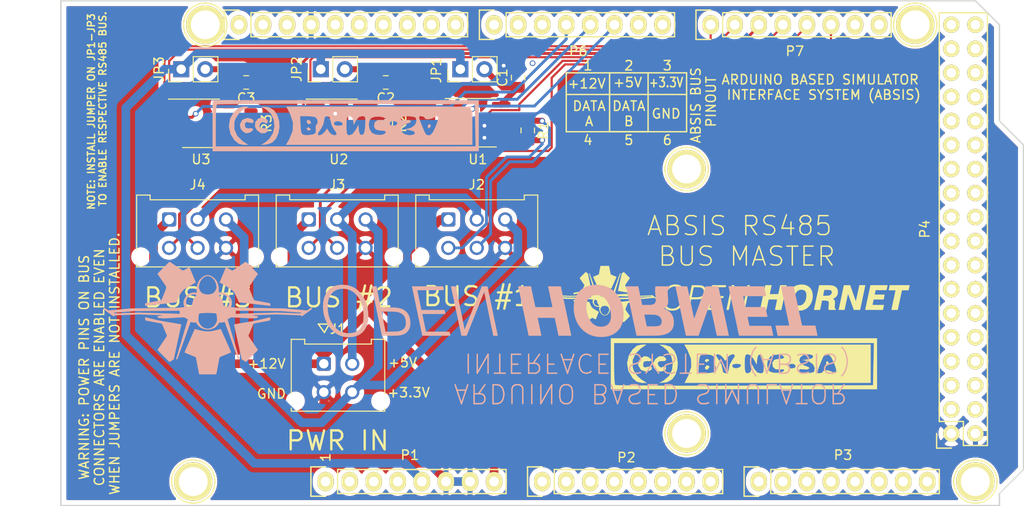
<source format=kicad_pcb>
(kicad_pcb (version 20171130) (host pcbnew "(5.1.4)-1")
  (title_block (date "mar. 31 mars 2015"))
  (layers (0 F.Cu signal) (31 B.Cu signal) (34 B.Paste user) (35 F.Paste user) (36 B.SilkS user) (37 F.SilkS user) (38 B.Mask user) (39 F.Mask user) (44 Edge.Cuts user))
  (net 0 "")
  (net 1 GND)
  (net 2 "/52(SCK)")
  (net 3 "/53(SS)")
  (net 4 "/50(MISO)")
  (net 5 "/51(MOSI)")
  (net 6 /48)
  (net 7 /49)
  (net 8 /46)
  (net 9 /47)
  (net 10 /44)
  (net 11 /45)
  (net 12 /42)
  (net 13 /43)
  (net 14 /40)
  (net 15 /41)
  (net 16 /38)
  (net 17 /39)
  (net 18 /36)
  (net 19 /37)
  (net 20 /34)
  (net 21 /35)
  (net 22 /32)
  (net 23 /33)
  (net 24 /30)
  (net 25 /31)
  (net 26 /28)
  (net 27 /29)
  (net 28 /26)
  (net 29 /27)
  (net 30 /24)
  (net 31 /25)
  (net 32 /22)
  (net 33 /23)
  (net 34 +5V)
  (net 35 /IOREF)
  (net 36 /Reset)
  (net 37 /A0)
  (net 38 /A1)
  (net 39 /A2)
  (net 40 /A3)
  (net 41 /A4)
  (net 42 /A5)
  (net 43 /A6)
  (net 44 /A7)
  (net 45 /A8)
  (net 46 /A9)
  (net 47 /A10)
  (net 48 /A11)
  (net 49 /A12)
  (net 50 /A13)
  (net 51 /A14)
  (net 52 /A15)
  (net 53 /SCL)
  (net 54 /SDA)
  (net 55 /AREF)
  (net 56 "/13(**)")
  (net 57 "/12(**)")
  (net 58 "/11(**)")
  (net 59 "/10(**)")
  (net 60 "/9(**)")
  (net 61 "/8(**)")
  (net 62 "/7(**)")
  (net 63 "/6(**)")
  (net 64 "/5(**)")
  (net 65 "/4(**)")
  (net 66 "/3(**)")
  (net 67 "/2(**)")
  (net 68 "/20(SDA)")
  (net 69 "/21(SCL)")
  (net 70 "Net-(P8-Pad1)")
  (net 71 "Net-(P9-Pad1)")
  (net 72 "Net-(P10-Pad1)")
  (net 73 "Net-(P11-Pad1)")
  (net 74 "Net-(P12-Pad1)")
  (net 75 "Net-(P13-Pad1)")
  (net 76 +3V3)
  (net 77 "/1(Tx0)")
  (net 78 "/0(Rx0)")
  (net 79 "/14(Tx3)")
  (net 80 "/15(Rx3)")
  (net 81 "/16(Tx2)")
  (net 82 "/17(Rx2)")
  (net 83 "/18(Tx1)")
  (net 84 "/19(Rx1)")
  (net 85 /BUS1-ENABLE)
  (net 86 /BUS2-ENABLE)
  (net 87 /BUS3-ENABLE)
  (net 88 /+12V_SUPPLY)
  (net 89 /+5V_SUPPLY)
  (net 90 /+3.3V_SUPPLY)
  (net 91 /BUS1-A)
  (net 92 /BUS1-B)
  (net 93 /BUS2-A)
  (net 94 /BUS2-B)
  (net 95 /BUS3-B)
  (net 96 /BUS3-A)
  (net 97 "Net-(P1-Pad1)")
  (net 98 "Net-(P4-Pad35)")
  (net 99 "Net-(P4-Pad36)")
  (module KiCAD_Libraries:CC-BY-NC-SA-Small (layer B.Cu) (at 133.35 81.534)
    (fp_text reference G*** hide)
    (fp_text value LOGO hide)
  )
  (module KiCAD_Libraries:OH_LOGO_75.4mm_11.9mm (layer B.Cu) (at 145.542 101.854)
    (fp_text reference G*** hide)
    (fp_text value LOGO hide)
  )
  (module KiCAD_Libraries:CC-BY-NC-SA-Small (layer F.Cu) (at 175.387 106.68)
    (fp_text reference G*** hide)
    (fp_text value LOGO hide)
  )
  (module KiCAD_Libraries:OH_LOGO_37.7mm_5.9mm (layer F.Cu) (at 174.117 99.314)
    (fp_text reference G*** hide)
    (fp_text value LOGO hide)
  )
  (module Connector_Molex:Molex_Micro-Fit_3.0_43045-0412_2x02_P3.00mm_Vertical (layer F.Cu) (at 131.1275 106.68)
    (fp_text reference J1 (at 1.5 -3.67) (layer F.SilkS))
    (fp_text value "PWR IN")
    (pad "" np_thru_hole circle (at -3 3.94) (size 1 1) (drill 1) (layers *.Cu *.Mask))
    (pad "" np_thru_hole circle (at 6 3.94) (size 1 1) (drill 1) (layers *.Cu *.Mask))
    (pad 1 thru_hole roundrect (at 0 0) (size 1.5 1.5) (drill 1) (layers *.Cu *.Mask) (roundrect_rratio 0.166667) (net 88 /+12V_SUPPLY))
    (pad 2 thru_hole circle (at 3 0) (size 1.5 1.5) (drill 1) (layers *.Cu *.Mask) (net 89 /+5V_SUPPLY))
    (pad 3 thru_hole circle (at 0 3) (size 1.5 1.5) (drill 1) (layers *.Cu *.Mask) (net 1 GND))
    (pad 4 thru_hole circle (at 3 3) (size 1.5 1.5) (drill 1) (layers *.Cu *.Mask) (net 90 /+3.3V_SUPPLY))
  )
  (module Package_SO:SOIC-8_3.9x4.9mm_P1.27mm (layer F.Cu) (at 118.1735 81.28)
    (fp_text reference U3 (at 0 3.81) (layer F.SilkS))
    (fp_text value MAX487EESA+T)
    (pad 1 smd roundrect (at -2.475 -1.905) (size 1.95 0.6) (layers F.Cu F.Paste F.Mask) (net 80 "/15(Rx3)"))
    (pad 2 smd roundrect (at -2.475 -0.635) (size 1.95 0.6) (layers F.Cu F.Paste F.Mask) (net 65 "/4(**)"))
    (pad 3 smd roundrect (at -2.475 0.635) (size 1.95 0.6) (layers F.Cu F.Paste F.Mask) (net 65 "/4(**)"))
    (pad 4 smd roundrect (at -2.475 1.905) (size 1.95 0.6) (layers F.Cu F.Paste F.Mask) (net 79 "/14(Tx3)"))
    (pad 5 smd roundrect (at 2.475 1.905) (size 1.95 0.6) (layers F.Cu F.Paste F.Mask) (net 1 GND))
    (pad 6 smd roundrect (at 2.475 0.635) (size 1.95 0.6) (layers F.Cu F.Paste F.Mask) (net 96 /BUS3-A))
    (pad 7 smd roundrect (at 2.475 -0.635) (size 1.95 0.6) (layers F.Cu F.Paste F.Mask) (net 95 /BUS3-B))
    (pad 8 smd roundrect (at 2.475 -1.905) (size 1.95 0.6) (layers F.Cu F.Paste F.Mask) (net 87 /BUS3-ENABLE))
  )
  (module Connector_PinHeader_2.54mm:PinHeader_1x02_P2.54mm_Vertical (layer F.Cu) (at 145.542 75.565 90)
    (fp_text reference JP1 (at -0.127 -2.54 270) (layer F.SilkS))
    (fp_text value "BUS #1 ENABLE")
    (pad 1 thru_hole rect (at 0 0 90) (size 1.7 1.7) (drill 1) (layers *.Cu *.Mask) (net 34 +5V))
    (pad 2 thru_hole oval (at 0 2.54 90) (size 1.7 1.7) (drill 1) (layers *.Cu *.Mask) (net 85 /BUS1-ENABLE))
  )
  (module Socket_Arduino_Mega:Socket_Strip_Arduino_2x18 (layer F.Cu) (at 197.358 114.046 90)
    (fp_text reference P4 (at 21.59 -2.794 90) (layer F.SilkS))
    (fp_text value Digital)
    (pad 1 thru_hole circle (at 0 0 90) (size 1.7272 1.7272) (drill 1.016) (layers *.Cu *.Mask F.SilkS) (net 1 GND))
    (pad 2 thru_hole oval (at 0 2.54 90) (size 1.7272 1.7272) (drill 1.016) (layers *.Cu *.Mask F.SilkS) (net 1 GND))
    (pad 3 thru_hole oval (at 2.54 0 90) (size 1.7272 1.7272) (drill 1.016) (layers *.Cu *.Mask F.SilkS) (net 2 "/52(SCK)"))
    (pad 4 thru_hole oval (at 2.54 2.54 90) (size 1.7272 1.7272) (drill 1.016) (layers *.Cu *.Mask F.SilkS) (net 3 "/53(SS)"))
    (pad 5 thru_hole oval (at 5.08 0 90) (size 1.7272 1.7272) (drill 1.016) (layers *.Cu *.Mask F.SilkS) (net 4 "/50(MISO)"))
    (pad 6 thru_hole oval (at 5.08 2.54 90) (size 1.7272 1.7272) (drill 1.016) (layers *.Cu *.Mask F.SilkS) (net 5 "/51(MOSI)"))
    (pad 7 thru_hole oval (at 7.62 0 90) (size 1.7272 1.7272) (drill 1.016) (layers *.Cu *.Mask F.SilkS) (net 6 /48))
    (pad 8 thru_hole oval (at 7.62 2.54 90) (size 1.7272 1.7272) (drill 1.016) (layers *.Cu *.Mask F.SilkS) (net 7 /49))
    (pad 9 thru_hole oval (at 10.16 0 90) (size 1.7272 1.7272) (drill 1.016) (layers *.Cu *.Mask F.SilkS) (net 8 /46))
    (pad 10 thru_hole oval (at 10.16 2.54 90) (size 1.7272 1.7272) (drill 1.016) (layers *.Cu *.Mask F.SilkS) (net 9 /47))
    (pad 11 thru_hole oval (at 12.7 0 90) (size 1.7272 1.7272) (drill 1.016) (layers *.Cu *.Mask F.SilkS) (net 10 /44))
    (pad 12 thru_hole oval (at 12.7 2.54 90) (size 1.7272 1.7272) (drill 1.016) (layers *.Cu *.Mask F.SilkS) (net 11 /45))
    (pad 13 thru_hole oval (at 15.24 0 90) (size 1.7272 1.7272) (drill 1.016) (layers *.Cu *.Mask F.SilkS) (net 12 /42))
    (pad 14 thru_hole oval (at 15.24 2.54 90) (size 1.7272 1.7272) (drill 1.016) (layers *.Cu *.Mask F.SilkS) (net 13 /43))
    (pad 15 thru_hole oval (at 17.78 0 90) (size 1.7272 1.7272) (drill 1.016) (layers *.Cu *.Mask F.SilkS) (net 14 /40))
    (pad 16 thru_hole oval (at 17.78 2.54 90) (size 1.7272 1.7272) (drill 1.016) (layers *.Cu *.Mask F.SilkS) (net 15 /41))
    (pad 17 thru_hole oval (at 20.32 0 90) (size 1.7272 1.7272) (drill 1.016) (layers *.Cu *.Mask F.SilkS) (net 16 /38))
    (pad 18 thru_hole oval (at 20.32 2.54 90) (size 1.7272 1.7272) (drill 1.016) (layers *.Cu *.Mask F.SilkS) (net 17 /39))
    (pad 19 thru_hole oval (at 22.86 0 90) (size 1.7272 1.7272) (drill 1.016) (layers *.Cu *.Mask F.SilkS) (net 18 /36))
    (pad 20 thru_hole oval (at 22.86 2.54 90) (size 1.7272 1.7272) (drill 1.016) (layers *.Cu *.Mask F.SilkS) (net 19 /37))
    (pad 21 thru_hole oval (at 25.4 0 90) (size 1.7272 1.7272) (drill 1.016) (layers *.Cu *.Mask F.SilkS) (net 20 /34))
    (pad 22 thru_hole oval (at 25.4 2.54 90) (size 1.7272 1.7272) (drill 1.016) (layers *.Cu *.Mask F.SilkS) (net 21 /35))
    (pad 23 thru_hole oval (at 27.94 0 90) (size 1.7272 1.7272) (drill 1.016) (layers *.Cu *.Mask F.SilkS) (net 22 /32))
    (pad 24 thru_hole oval (at 27.94 2.54 90) (size 1.7272 1.7272) (drill 1.016) (layers *.Cu *.Mask F.SilkS) (net 23 /33))
    (pad 25 thru_hole oval (at 30.48 0 90) (size 1.7272 1.7272) (drill 1.016) (layers *.Cu *.Mask F.SilkS) (net 24 /30))
    (pad 26 thru_hole oval (at 30.48 2.54 90) (size 1.7272 1.7272) (drill 1.016) (layers *.Cu *.Mask F.SilkS) (net 25 /31))
    (pad 27 thru_hole oval (at 33.02 0 90) (size 1.7272 1.7272) (drill 1.016) (layers *.Cu *.Mask F.SilkS) (net 26 /28))
    (pad 28 thru_hole oval (at 33.02 2.54 90) (size 1.7272 1.7272) (drill 1.016) (layers *.Cu *.Mask F.SilkS) (net 27 /29))
    (pad 29 thru_hole oval (at 35.56 0 90) (size 1.7272 1.7272) (drill 1.016) (layers *.Cu *.Mask F.SilkS) (net 28 /26))
    (pad 30 thru_hole oval (at 35.56 2.54 90) (size 1.7272 1.7272) (drill 1.016) (layers *.Cu *.Mask F.SilkS) (net 29 /27))
    (pad 31 thru_hole oval (at 38.1 0 90) (size 1.7272 1.7272) (drill 1.016) (layers *.Cu *.Mask F.SilkS) (net 30 /24))
    (pad 32 thru_hole oval (at 38.1 2.54 90) (size 1.7272 1.7272) (drill 1.016) (layers *.Cu *.Mask F.SilkS) (net 31 /25))
    (pad 33 thru_hole oval (at 40.64 0 90) (size 1.7272 1.7272) (drill 1.016) (layers *.Cu *.Mask F.SilkS) (net 32 /22))
    (pad 34 thru_hole oval (at 40.64 2.54 90) (size 1.7272 1.7272) (drill 1.016) (layers *.Cu *.Mask F.SilkS) (net 33 /23))
    (pad 35 thru_hole oval (at 43.18 0 90) (size 1.7272 1.7272) (drill 1.016) (layers *.Cu *.Mask F.SilkS) (net 98 "Net-(P4-Pad35)"))
    (pad 36 thru_hole oval (at 43.18 2.54 90) (size 1.7272 1.7272) (drill 1.016) (layers *.Cu *.Mask F.SilkS) (net 99 "Net-(P4-Pad36)"))
  )
  (module Socket_Arduino_Mega:Socket_Strip_Arduino_1x08 (layer F.Cu) (at 131.318 119.126)
    (fp_text reference P1 (at 8.89 -2.794) (layer F.SilkS))
    (fp_text value Power)
    (pad 1 thru_hole oval (at 0 0) (size 1.7272 2.032) (drill 1.016) (layers *.Cu *.Mask F.SilkS) (net 97 "Net-(P1-Pad1)"))
    (pad 2 thru_hole oval (at 2.54 0) (size 1.7272 2.032) (drill 1.016) (layers *.Cu *.Mask F.SilkS) (net 35 /IOREF))
    (pad 3 thru_hole oval (at 5.08 0) (size 1.7272 2.032) (drill 1.016) (layers *.Cu *.Mask F.SilkS) (net 36 /Reset))
    (pad 4 thru_hole oval (at 7.62 0) (size 1.7272 2.032) (drill 1.016) (layers *.Cu *.Mask F.SilkS) (net 76 +3V3))
    (pad 5 thru_hole oval (at 10.16 0) (size 1.7272 2.032) (drill 1.016) (layers *.Cu *.Mask F.SilkS) (net 34 +5V))
    (pad 6 thru_hole oval (at 12.7 0) (size 1.7272 2.032) (drill 1.016) (layers *.Cu *.Mask F.SilkS) (net 1 GND))
    (pad 7 thru_hole oval (at 15.24 0) (size 1.7272 2.032) (drill 1.016) (layers *.Cu *.Mask F.SilkS) (net 1 GND))
    (pad 8 thru_hole oval (at 17.78 0) (size 1.7272 2.032) (drill 1.016) (layers *.Cu *.Mask F.SilkS) (net 88 /+12V_SUPPLY))
  )
  (module Socket_Arduino_Mega:Socket_Strip_Arduino_1x08 (layer F.Cu) (at 154.178 119.126)
    (fp_text reference P2 (at 8.89 -2.54) (layer F.SilkS))
    (fp_text value Analog)
    (pad 1 thru_hole oval (at 0 0) (size 1.7272 2.032) (drill 1.016) (layers *.Cu *.Mask F.SilkS) (net 37 /A0))
    (pad 2 thru_hole oval (at 2.54 0) (size 1.7272 2.032) (drill 1.016) (layers *.Cu *.Mask F.SilkS) (net 38 /A1))
    (pad 3 thru_hole oval (at 5.08 0) (size 1.7272 2.032) (drill 1.016) (layers *.Cu *.Mask F.SilkS) (net 39 /A2))
    (pad 4 thru_hole oval (at 7.62 0) (size 1.7272 2.032) (drill 1.016) (layers *.Cu *.Mask F.SilkS) (net 40 /A3))
    (pad 5 thru_hole oval (at 10.16 0) (size 1.7272 2.032) (drill 1.016) (layers *.Cu *.Mask F.SilkS) (net 41 /A4))
    (pad 6 thru_hole oval (at 12.7 0) (size 1.7272 2.032) (drill 1.016) (layers *.Cu *.Mask F.SilkS) (net 42 /A5))
    (pad 7 thru_hole oval (at 15.24 0) (size 1.7272 2.032) (drill 1.016) (layers *.Cu *.Mask F.SilkS) (net 43 /A6))
    (pad 8 thru_hole oval (at 17.78 0) (size 1.7272 2.032) (drill 1.016) (layers *.Cu *.Mask F.SilkS) (net 44 /A7))
  )
  (module Socket_Arduino_Mega:Socket_Strip_Arduino_1x08 (layer F.Cu) (at 177.038 119.126)
    (fp_text reference P3 (at 8.89 -2.794) (layer F.SilkS))
    (fp_text value Analog)
    (pad 1 thru_hole oval (at 0 0) (size 1.7272 2.032) (drill 1.016) (layers *.Cu *.Mask F.SilkS) (net 45 /A8))
    (pad 2 thru_hole oval (at 2.54 0) (size 1.7272 2.032) (drill 1.016) (layers *.Cu *.Mask F.SilkS) (net 46 /A9))
    (pad 3 thru_hole oval (at 5.08 0) (size 1.7272 2.032) (drill 1.016) (layers *.Cu *.Mask F.SilkS) (net 47 /A10))
    (pad 4 thru_hole oval (at 7.62 0) (size 1.7272 2.032) (drill 1.016) (layers *.Cu *.Mask F.SilkS) (net 48 /A11))
    (pad 5 thru_hole oval (at 10.16 0) (size 1.7272 2.032) (drill 1.016) (layers *.Cu *.Mask F.SilkS) (net 49 /A12))
    (pad 6 thru_hole oval (at 12.7 0) (size 1.7272 2.032) (drill 1.016) (layers *.Cu *.Mask F.SilkS) (net 50 /A13))
    (pad 7 thru_hole oval (at 15.24 0) (size 1.7272 2.032) (drill 1.016) (layers *.Cu *.Mask F.SilkS) (net 51 /A14))
    (pad 8 thru_hole oval (at 17.78 0) (size 1.7272 2.032) (drill 1.016) (layers *.Cu *.Mask F.SilkS) (net 52 /A15))
  )
  (module Socket_Arduino_Mega:Socket_Strip_Arduino_1x10 (layer F.Cu) (at 122.174 70.866)
    (fp_text reference P5 hide)
    (fp_text value PWM)
    (pad 1 thru_hole oval (at 0 0) (size 1.7272 2.032) (drill 1.016) (layers *.Cu *.Mask F.SilkS) (net 53 /SCL))
    (pad 2 thru_hole oval (at 2.54 0) (size 1.7272 2.032) (drill 1.016) (layers *.Cu *.Mask F.SilkS) (net 54 /SDA))
    (pad 3 thru_hole oval (at 5.08 0) (size 1.7272 2.032) (drill 1.016) (layers *.Cu *.Mask F.SilkS) (net 55 /AREF))
    (pad 4 thru_hole oval (at 7.62 0) (size 1.7272 2.032) (drill 1.016) (layers *.Cu *.Mask F.SilkS) (net 1 GND))
    (pad 5 thru_hole oval (at 10.16 0) (size 1.7272 2.032) (drill 1.016) (layers *.Cu *.Mask F.SilkS) (net 56 "/13(**)"))
    (pad 6 thru_hole oval (at 12.7 0) (size 1.7272 2.032) (drill 1.016) (layers *.Cu *.Mask F.SilkS) (net 57 "/12(**)"))
    (pad 7 thru_hole oval (at 15.24 0) (size 1.7272 2.032) (drill 1.016) (layers *.Cu *.Mask F.SilkS) (net 58 "/11(**)"))
    (pad 8 thru_hole oval (at 17.78 0) (size 1.7272 2.032) (drill 1.016) (layers *.Cu *.Mask F.SilkS) (net 59 "/10(**)"))
    (pad 9 thru_hole oval (at 20.32 0) (size 1.7272 2.032) (drill 1.016) (layers *.Cu *.Mask F.SilkS) (net 60 "/9(**)"))
    (pad 10 thru_hole oval (at 22.86 0) (size 1.7272 2.032) (drill 1.016) (layers *.Cu *.Mask F.SilkS) (net 61 "/8(**)"))
  )
  (module Socket_Arduino_Mega:Socket_Strip_Arduino_1x08 (layer F.Cu) (at 149.098 70.866)
    (fp_text reference P6 (at 8.89 2.794) (layer F.SilkS))
    (fp_text value PWM)
    (pad 1 thru_hole oval (at 0 0) (size 1.7272 2.032) (drill 1.016) (layers *.Cu *.Mask F.SilkS) (net 62 "/7(**)"))
    (pad 2 thru_hole oval (at 2.54 0) (size 1.7272 2.032) (drill 1.016) (layers *.Cu *.Mask F.SilkS) (net 63 "/6(**)"))
    (pad 3 thru_hole oval (at 5.08 0) (size 1.7272 2.032) (drill 1.016) (layers *.Cu *.Mask F.SilkS) (net 64 "/5(**)"))
    (pad 4 thru_hole oval (at 7.62 0) (size 1.7272 2.032) (drill 1.016) (layers *.Cu *.Mask F.SilkS) (net 65 "/4(**)"))
    (pad 5 thru_hole oval (at 10.16 0) (size 1.7272 2.032) (drill 1.016) (layers *.Cu *.Mask F.SilkS) (net 66 "/3(**)"))
    (pad 6 thru_hole oval (at 12.7 0) (size 1.7272 2.032) (drill 1.016) (layers *.Cu *.Mask F.SilkS) (net 67 "/2(**)"))
    (pad 7 thru_hole oval (at 15.24 0) (size 1.7272 2.032) (drill 1.016) (layers *.Cu *.Mask F.SilkS) (net 77 "/1(Tx0)"))
    (pad 8 thru_hole oval (at 17.78 0) (size 1.7272 2.032) (drill 1.016) (layers *.Cu *.Mask F.SilkS) (net 78 "/0(Rx0)"))
  )
  (module Socket_Arduino_Mega:Socket_Strip_Arduino_1x08 (layer F.Cu) (at 171.958 70.866)
    (fp_text reference P7 (at 8.89 2.794) (layer F.SilkS))
    (fp_text value Communication)
    (pad 1 thru_hole oval (at 0 0) (size 1.7272 2.032) (drill 1.016) (layers *.Cu *.Mask F.SilkS) (net 79 "/14(Tx3)"))
    (pad 2 thru_hole oval (at 2.54 0) (size 1.7272 2.032) (drill 1.016) (layers *.Cu *.Mask F.SilkS) (net 80 "/15(Rx3)"))
    (pad 3 thru_hole oval (at 5.08 0) (size 1.7272 2.032) (drill 1.016) (layers *.Cu *.Mask F.SilkS) (net 81 "/16(Tx2)"))
    (pad 4 thru_hole oval (at 7.62 0) (size 1.7272 2.032) (drill 1.016) (layers *.Cu *.Mask F.SilkS) (net 82 "/17(Rx2)"))
    (pad 5 thru_hole oval (at 10.16 0) (size 1.7272 2.032) (drill 1.016) (layers *.Cu *.Mask F.SilkS) (net 83 "/18(Tx1)"))
    (pad 6 thru_hole oval (at 12.7 0) (size 1.7272 2.032) (drill 1.016) (layers *.Cu *.Mask F.SilkS) (net 84 "/19(Rx1)"))
    (pad 7 thru_hole oval (at 15.24 0) (size 1.7272 2.032) (drill 1.016) (layers *.Cu *.Mask F.SilkS) (net 68 "/20(SDA)"))
    (pad 8 thru_hole oval (at 17.78 0) (size 1.7272 2.032) (drill 1.016) (layers *.Cu *.Mask F.SilkS) (net 69 "/21(SCL)"))
  )
  (module Socket_Arduino_Mega:Arduino_1pin (layer F.Cu) (at 117.348 119.126)
    (fp_text reference P8 hide)
    (fp_text value CONN_01X01 hide)
    (pad 1 thru_hole circle (at 0 0) (size 4.064 4.064) (drill 3.048) (layers *.Cu *.Mask F.SilkS) (net 70 "Net-(P8-Pad1)"))
  )
  (module Socket_Arduino_Mega:Arduino_1pin (layer F.Cu) (at 169.418 114.046)
    (fp_text reference P9 hide)
    (fp_text value CONN_01X01 hide)
    (pad 1 thru_hole circle (at 0 0) (size 4.064 4.064) (drill 3.048) (layers *.Cu *.Mask F.SilkS) (net 71 "Net-(P9-Pad1)"))
  )
  (module Socket_Arduino_Mega:Arduino_1pin (layer F.Cu) (at 199.898 119.126)
    (fp_text reference P10 hide)
    (fp_text value CONN_01X01 hide)
    (pad 1 thru_hole circle (at 0 0) (size 4.064 4.064) (drill 3.048) (layers *.Cu *.Mask F.SilkS) (net 72 "Net-(P10-Pad1)"))
  )
  (module Socket_Arduino_Mega:Arduino_1pin (layer F.Cu) (at 118.618 70.866)
    (fp_text reference P11 hide)
    (fp_text value CONN_01X01 hide)
    (pad 1 thru_hole circle (at 0 0) (size 4.064 4.064) (drill 3.048) (layers *.Cu *.Mask F.SilkS) (net 73 "Net-(P11-Pad1)"))
  )
  (module Socket_Arduino_Mega:Arduino_1pin (layer F.Cu) (at 169.418 86.106)
    (fp_text reference P12 hide)
    (fp_text value CONN_01X01 hide)
    (pad 1 thru_hole circle (at 0 0) (size 4.064 4.064) (drill 3.048) (layers *.Cu *.Mask F.SilkS) (net 74 "Net-(P12-Pad1)"))
  )
  (module Socket_Arduino_Mega:Arduino_1pin (layer F.Cu) (at 193.548 70.866)
    (fp_text reference P13 hide)
    (fp_text value CONN_01X01 hide)
    (pad 1 thru_hole circle (at 0 0) (size 4.064 4.064) (drill 3.048) (layers *.Cu *.Mask F.SilkS) (net 75 "Net-(P13-Pad1)"))
  )
  (module Connector_Molex:Molex_Micro-Fit_3.0_43045-0612_2x03_P3.00mm_Vertical (layer F.Cu) (at 144.272 91.44)
    (fp_text reference J2 (at 3 -3.67) (layer F.SilkS))
    (fp_text value "BUS #1")
    (pad "" np_thru_hole circle (at -3 3.94) (size 1 1) (drill 1) (layers *.Cu *.Mask))
    (pad "" np_thru_hole circle (at 9 3.94) (size 1 1) (drill 1) (layers *.Cu *.Mask))
    (pad 1 thru_hole roundrect (at 0 0) (size 1.5 1.5) (drill 1) (layers *.Cu *.Mask) (roundrect_rratio 0.166667) (net 88 /+12V_SUPPLY))
    (pad 2 thru_hole circle (at 3 0) (size 1.5 1.5) (drill 1) (layers *.Cu *.Mask) (net 89 /+5V_SUPPLY))
    (pad 3 thru_hole circle (at 6 0) (size 1.5 1.5) (drill 1) (layers *.Cu *.Mask) (net 90 /+3.3V_SUPPLY))
    (pad 4 thru_hole circle (at 0 3) (size 1.5 1.5) (drill 1) (layers *.Cu *.Mask) (net 91 /BUS1-A))
    (pad 5 thru_hole circle (at 3 3) (size 1.5 1.5) (drill 1) (layers *.Cu *.Mask) (net 92 /BUS1-B))
    (pad 6 thru_hole circle (at 6 3) (size 1.5 1.5) (drill 1) (layers *.Cu *.Mask) (net 1 GND))
  )
  (module Connector_Molex:Molex_Micro-Fit_3.0_43045-0612_2x03_P3.00mm_Vertical (layer F.Cu) (at 129.54 91.44)
    (fp_text reference J3 (at 3 -3.67) (layer F.SilkS))
    (fp_text value "BUS #2")
    (pad "" np_thru_hole circle (at -3 3.94) (size 1 1) (drill 1) (layers *.Cu *.Mask))
    (pad "" np_thru_hole circle (at 9 3.94) (size 1 1) (drill 1) (layers *.Cu *.Mask))
    (pad 1 thru_hole roundrect (at 0 0) (size 1.5 1.5) (drill 1) (layers *.Cu *.Mask) (roundrect_rratio 0.166667) (net 88 /+12V_SUPPLY))
    (pad 2 thru_hole circle (at 3 0) (size 1.5 1.5) (drill 1) (layers *.Cu *.Mask) (net 89 /+5V_SUPPLY))
    (pad 3 thru_hole circle (at 6 0) (size 1.5 1.5) (drill 1) (layers *.Cu *.Mask) (net 90 /+3.3V_SUPPLY))
    (pad 4 thru_hole circle (at 0 3) (size 1.5 1.5) (drill 1) (layers *.Cu *.Mask) (net 93 /BUS2-A))
    (pad 5 thru_hole circle (at 3 3) (size 1.5 1.5) (drill 1) (layers *.Cu *.Mask) (net 94 /BUS2-B))
    (pad 6 thru_hole circle (at 6 3) (size 1.5 1.5) (drill 1) (layers *.Cu *.Mask) (net 1 GND))
  )
  (module Connector_Molex:Molex_Micro-Fit_3.0_43045-0612_2x03_P3.00mm_Vertical (layer F.Cu) (at 114.808 91.44)
    (fp_text reference J4 (at 3 -3.67) (layer F.SilkS))
    (fp_text value "BUS #3")
    (pad 6 thru_hole circle (at 6 3) (size 1.5 1.5) (drill 1) (layers *.Cu *.Mask) (net 1 GND))
    (pad 5 thru_hole circle (at 3 3) (size 1.5 1.5) (drill 1) (layers *.Cu *.Mask) (net 95 /BUS3-B))
    (pad 4 thru_hole circle (at 0 3) (size 1.5 1.5) (drill 1) (layers *.Cu *.Mask) (net 96 /BUS3-A))
    (pad 3 thru_hole circle (at 6 0) (size 1.5 1.5) (drill 1) (layers *.Cu *.Mask) (net 90 /+3.3V_SUPPLY))
    (pad 2 thru_hole circle (at 3 0) (size 1.5 1.5) (drill 1) (layers *.Cu *.Mask) (net 89 /+5V_SUPPLY))
    (pad 1 thru_hole roundrect (at 0 0) (size 1.5 1.5) (drill 1) (layers *.Cu *.Mask) (roundrect_rratio 0.166667) (net 88 /+12V_SUPPLY))
    (pad "" np_thru_hole circle (at 9 3.94) (size 1 1) (drill 1) (layers *.Cu *.Mask))
    (pad "" np_thru_hole circle (at -3 3.94) (size 1 1) (drill 1) (layers *.Cu *.Mask))
  )
  (module Connector_PinHeader_2.54mm:PinHeader_1x02_P2.54mm_Vertical (layer F.Cu) (at 130.81 75.565 90)
    (fp_text reference JP2 (at 0 -2.54 90) (layer F.SilkS))
    (fp_text value "BUS #2 ENABLE")
    (pad 2 thru_hole oval (at 0 2.54 90) (size 1.7 1.7) (drill 1) (layers *.Cu *.Mask) (net 86 /BUS2-ENABLE))
    (pad 1 thru_hole rect (at 0 0 90) (size 1.7 1.7) (drill 1) (layers *.Cu *.Mask) (net 34 +5V))
  )
  (module Connector_PinHeader_2.54mm:PinHeader_1x02_P2.54mm_Vertical (layer F.Cu) (at 116.078 75.565 90)
    (fp_text reference JP3 (at 0 -2.33 90) (layer F.SilkS))
    (fp_text value "BUS #3 ENABLE")
    (pad 1 thru_hole rect (at 0 0 90) (size 1.7 1.7) (drill 1) (layers *.Cu *.Mask) (net 34 +5V))
    (pad 2 thru_hole oval (at 0 2.54 90) (size 1.7 1.7) (drill 1) (layers *.Cu *.Mask) (net 87 /BUS3-ENABLE))
  )
  (module Package_SO:SOIC-8_3.9x4.9mm_P1.27mm (layer F.Cu) (at 147.3835 81.2165)
    (fp_text reference U1 (at 0 3.8735) (layer F.SilkS))
    (fp_text value MAX487EESA+T)
    (pad 1 smd roundrect (at -2.475 -1.905) (size 1.95 0.6) (layers F.Cu F.Paste F.Mask) (net 84 "/19(Rx1)"))
    (pad 2 smd roundrect (at -2.475 -0.635) (size 1.95 0.6) (layers F.Cu F.Paste F.Mask) (net 67 "/2(**)"))
    (pad 3 smd roundrect (at -2.475 0.635) (size 1.95 0.6) (layers F.Cu F.Paste F.Mask) (net 67 "/2(**)"))
    (pad 4 smd roundrect (at -2.475 1.905) (size 1.95 0.6) (layers F.Cu F.Paste F.Mask) (net 83 "/18(Tx1)"))
    (pad 5 smd roundrect (at 2.475 1.905) (size 1.95 0.6) (layers F.Cu F.Paste F.Mask) (net 1 GND))
    (pad 6 smd roundrect (at 2.475 0.635) (size 1.95 0.6) (layers F.Cu F.Paste F.Mask) (net 91 /BUS1-A))
    (pad 7 smd roundrect (at 2.475 -0.635) (size 1.95 0.6) (layers F.Cu F.Paste F.Mask) (net 92 /BUS1-B))
    (pad 8 smd roundrect (at 2.475 -1.905) (size 1.95 0.6) (layers F.Cu F.Paste F.Mask) (net 85 /BUS1-ENABLE))
  )
  (module Package_SO:SOIC-8_3.9x4.9mm_P1.27mm (layer F.Cu) (at 132.715 81.28)
    (fp_text reference U2 (at 0 3.81) (layer F.SilkS))
    (fp_text value MAX487EESA+T)
    (pad 8 smd roundrect (at 2.475 -1.905) (size 1.95 0.6) (layers F.Cu F.Paste F.Mask) (net 86 /BUS2-ENABLE))
    (pad 7 smd roundrect (at 2.475 -0.635) (size 1.95 0.6) (layers F.Cu F.Paste F.Mask) (net 94 /BUS2-B))
    (pad 6 smd roundrect (at 2.475 0.635) (size 1.95 0.6) (layers F.Cu F.Paste F.Mask) (net 93 /BUS2-A))
    (pad 5 smd roundrect (at 2.475 1.905) (size 1.95 0.6) (layers F.Cu F.Paste F.Mask) (net 1 GND))
    (pad 4 smd roundrect (at -2.475 1.905) (size 1.95 0.6) (layers F.Cu F.Paste F.Mask) (net 81 "/16(Tx2)"))
    (pad 3 smd roundrect (at -2.475 0.635) (size 1.95 0.6) (layers F.Cu F.Paste F.Mask) (net 66 "/3(**)"))
    (pad 2 smd roundrect (at -2.475 -0.635) (size 1.95 0.6) (layers F.Cu F.Paste F.Mask) (net 66 "/3(**)"))
    (pad 1 smd roundrect (at -2.475 -1.905) (size 1.95 0.6) (layers F.Cu F.Paste F.Mask) (net 82 "/17(Rx2)"))
  )
  (module Capacitor_SMD:C_0805_2012Metric_Pad1.15x1.40mm_HandSolder (layer F.Cu) (at 151.638 76.454 90)
    (fp_text reference C1 (at 0 -1.65 90) (layer F.SilkS))
    (fp_text value 0.1uF)
    (pad 1 smd roundrect (at -1.025 0 90) (size 1.15 1.4) (layers F.Cu F.Paste F.Mask) (roundrect_rratio 0.217391) (net 85 /BUS1-ENABLE))
    (pad 2 smd roundrect (at 1.025 0 90) (size 1.15 1.4) (layers F.Cu F.Paste F.Mask) (roundrect_rratio 0.217391) (net 1 GND))
  )
  (module Capacitor_SMD:C_0805_2012Metric_Pad1.15x1.40mm_HandSolder (layer F.Cu) (at 137.668 76.962 180)
    (fp_text reference C2 (at 0 -1.65) (layer F.SilkS))
    (fp_text value 0.1uF)
    (pad 2 smd roundrect (at 1.025 0 180) (size 1.15 1.4) (layers F.Cu F.Paste F.Mask) (roundrect_rratio 0.217391) (net 1 GND))
    (pad 1 smd roundrect (at -1.025 0 180) (size 1.15 1.4) (layers F.Cu F.Paste F.Mask) (roundrect_rratio 0.217391) (net 86 /BUS2-ENABLE))
  )
  (module Capacitor_SMD:C_0805_2012Metric_Pad1.15x1.40mm_HandSolder (layer F.Cu) (at 122.936 76.962 180)
    (fp_text reference C3 (at 0 -1.65) (layer F.SilkS))
    (fp_text value 0.1uF)
    (pad 1 smd roundrect (at -1.025 0 180) (size 1.15 1.4) (layers F.Cu F.Paste F.Mask) (roundrect_rratio 0.217391) (net 87 /BUS3-ENABLE))
    (pad 2 smd roundrect (at 1.025 0 180) (size 1.15 1.4) (layers F.Cu F.Paste F.Mask) (roundrect_rratio 0.217391) (net 1 GND))
  )
  (module Resistor_SMD:R_0805_2012Metric_Pad1.15x1.40mm_HandSolder (layer F.Cu) (at 152.654 82.033 270)
    (fp_text reference R1 (at 0 -1.65 90) (layer F.SilkS))
    (fp_text value 120)
    (pad 1 smd roundrect (at -1.025 0 270) (size 1.15 1.4) (layers F.Cu F.Paste F.Mask) (roundrect_rratio 0.217391) (net 92 /BUS1-B))
    (pad 2 smd roundrect (at 1.025 0 270) (size 1.15 1.4) (layers F.Cu F.Paste F.Mask) (roundrect_rratio 0.217391) (net 91 /BUS1-A))
  )
  (module Resistor_SMD:R_0805_2012Metric_Pad1.15x1.40mm_HandSolder (layer F.Cu) (at 137.668 81.289 270)
    (fp_text reference R2 (at 0 -1.65 90) (layer F.SilkS))
    (fp_text value 120)
    (pad 1 smd roundrect (at -1.025 0 270) (size 1.15 1.4) (layers F.Cu F.Paste F.Mask) (roundrect_rratio 0.217391) (net 94 /BUS2-B))
    (pad 2 smd roundrect (at 1.025 0 270) (size 1.15 1.4) (layers F.Cu F.Paste F.Mask) (roundrect_rratio 0.217391) (net 93 /BUS2-A))
  )
  (module Resistor_SMD:R_0805_2012Metric_Pad1.15x1.40mm_HandSolder (layer F.Cu) (at 123.444 81.28 270)
    (fp_text reference R3 (at 0 -1.65 90) (layer F.SilkS))
    (fp_text value 120)
    (pad 2 smd roundrect (at 1.025 0 270) (size 1.15 1.4) (layers F.Cu F.Paste F.Mask) (roundrect_rratio 0.217391) (net 96 /BUS3-A))
    (pad 1 smd roundrect (at -1.025 0 270) (size 1.15 1.4) (layers F.Cu F.Paste F.Mask) (roundrect_rratio 0.217391) (net 95 /BUS3-B))
  )
  (gr_text "ARDUINO BASED SIMULATOR \nINTERFACE SYSTEM (ABSIS)" (at 166.37 108.204 180) (layer B.SilkS) (effects (font (size 2 2)) (justify mirror)))
  (gr_text "WARNING: POWER PINS ON BUS \nCONNECTORS ARE ENABLED EVEN \nWHEN JUMPERS ARE NOT INSTALLED." (at 107.442 106.68 90) (layer F.SilkS) (effects (font (size 1 1))))
  (gr_text "NOTE: INSTALL JUMPER ON JP1-JP3 \nTO ENABLE RESPECTIVE RS485 BUS." (at 107.188 79.756 90) (layer F.SilkS) (effects (font (size 0.75 0.75))))
  (gr_text "ABSIS BUS \nPINOUT" (at 171.196 78.994 90) (layer F.SilkS) (effects (font (size 1 1))))
  (gr_text 6 (at 167.386 83.058) (layer F.SilkS) (effects (font (size 1 1))))
  (gr_text 5 (at 163.322 83.058) (layer F.SilkS) (effects (font (size 1 1))))
  (gr_text 4 (at 159.004 83.058) (layer F.SilkS) (effects (font (size 1 1))))
  (gr_text 3 (at 167.386 75.184) (layer F.SilkS) (effects (font (size 1 1))))
  (gr_text 2 (at 163.322 75.184) (layer F.SilkS) (effects (font (size 1 1))))
  (gr_text 1 (at 159.004 75.184) (layer F.SilkS) (effects (font (size 1 1))))
  (gr_line (start 156.718 78.232) (end 169.418 78.232) (layer F.SilkS) (width 0.15))
  (gr_line (start 161.29 82.169) (end 161.29 75.946) (layer F.SilkS) (width 0.15))
  (gr_line (start 165.354 82.169) (end 161.29 82.169) (layer F.SilkS) (width 0.15))
  (gr_line (start 165.354 75.946) (end 165.354 82.169) (layer F.SilkS) (width 0.15))
  (gr_line (start 156.718 75.946) (end 156.718 76.073) (layer F.SilkS) (width 0.15))
  (gr_line (start 169.418 75.946) (end 156.718 75.946) (layer F.SilkS) (width 0.15))
  (gr_line (start 169.418 82.169) (end 169.418 75.946) (layer F.SilkS) (width 0.15))
  (gr_line (start 156.718 82.169) (end 169.418 82.169) (layer F.SilkS) (width 0.15))
  (gr_line (start 156.718 76.073) (end 156.718 82.169) (layer F.SilkS) (width 0.15))
  (gr_text GND (at 167.259 80.264) (layer F.SilkS) (effects (font (size 1 1))))
  (gr_text "DATA\nB" (at 163.322 80.264) (layer F.SilkS) (effects (font (size 1 1))))
  (gr_text "DATA\nA" (at 159.131 80.264) (layer F.SilkS) (effects (font (size 1 1))))
  (gr_text +3.3V (at 167.259 76.962) (layer F.SilkS) (effects (font (size 1 0.8))))
  (gr_text +5V (at 163.195 76.962) (layer F.SilkS) (effects (font (size 1 1))))
  (gr_text +12V (at 158.877 77.089) (layer F.SilkS) (effects (font (size 1 1))))
  (gr_text "ABSIS RS485 \nBUS MASTER" (at 175.768 93.726) (layer F.SilkS) (effects (font (size 2 2))))
  (gr_text "ARDUINO BASED SIMULATOR \nINTERFACE SYSTEM (ABSIS)" (at 183.896 77.47) (layer F.SilkS) (effects (font (size 1 1))))
  (gr_text "BUS #3" (at 117.856 99.695) (layer F.SilkS) (effects (font (size 2 2) (thickness 0.25))))
  (gr_text "BUS #2" (at 132.715 99.695) (layer F.SilkS) (effects (font (size 2 2) (thickness 0.25))))
  (gr_text "BUS #1" (at 147.32 99.568) (layer F.SilkS) (effects (font (size 2 2) (thickness 0.25))))
  (gr_text "PWR IN" (at 132.588 114.808) (layer F.SilkS) (effects (font (size 2 2) (thickness 0.25))))
  (gr_line (start 130.556 102.489) (end 131.191 103.378) (layer F.SilkS) (width 0.15))
  (gr_line (start 131.699 102.489) (end 130.556 102.489) (layer F.SilkS) (width 0.15))
  (gr_line (start 131.191 103.378) (end 131.699 102.489) (layer F.SilkS) (width 0.15))
  (gr_text +3.3V (at 140.081 109.728) (layer F.SilkS) (effects (font (size 1 1))))
  (gr_text +5V (at 139.446 106.553) (layer F.SilkS) (effects (font (size 1 1))))
  (gr_text GND (at 125.603 109.855) (layer F.SilkS) (effects (font (size 1 1))))
  (gr_text +12V (at 125.095 106.68) (layer F.SilkS) (effects (font (size 1 1))))
  (gr_text 1 (at 131.318 116.586 90) (layer F.SilkS) (effects (font (size 1 1))))
  (gr_line (start 202.438 121.666) (end 103.378 121.666) (angle 90) (layer Edge.Cuts) (width 0.15))
  (gr_line (start 202.438 120.396) (end 202.438 121.666) (angle 90) (layer Edge.Cuts) (width 0.15))
  (gr_line (start 204.978 117.856) (end 202.438 120.396) (angle 90) (layer Edge.Cuts) (width 0.15))
  (gr_line (start 204.978 83.566) (end 204.978 117.856) (angle 90) (layer Edge.Cuts) (width 0.15))
  (gr_line (start 202.438 81.026) (end 204.978 83.566) (angle 90) (layer Edge.Cuts) (width 0.15))
  (gr_line (start 202.438 70.866) (end 202.438 81.026) (angle 90) (layer Edge.Cuts) (width 0.15))
  (gr_line (start 199.898 68.326) (end 202.438 70.866) (angle 90) (layer Edge.Cuts) (width 0.15))
  (gr_line (start 103.378 68.326) (end 199.898 68.326) (angle 90) (layer Edge.Cuts) (width 0.15))
  (gr_line (start 103.378 121.666) (end 103.378 68.326) (angle 90) (layer Edge.Cuts) (width 0.15))
  (via (at 153.162 74.93) (size 0.6) (drill 0.4) (layers F.Cu B.Cu) (net 0))
  (segment (start 146.558 119.126) (end 144.018 119.126) (width 0.9144) (layer B.Cu) (net 1))
  (segment (start 144.018 118.9736) (end 144.018 119.126) (width 0.9144) (layer F.Cu) (net 1))
  (segment (start 142.24 117.1956) (end 144.018 118.9736) (width 0.9144) (layer F.Cu) (net 1))
  (segment (start 137.58244 117.1956) (end 142.24 117.1956) (width 0.9144) (layer F.Cu) (net 1))
  (segment (start 131.1275 110.74066) (end 137.58244 117.1956) (width 0.9144) (layer F.Cu) (net 1))
  (segment (start 131.1275 109.68) (end 131.1275 110.74066) (width 0.9144) (layer F.Cu) (net 1))
  (via (at 148.082 81.534) (size 0.6) (drill 0.4) (layers F.Cu B.Cu) (net 1))
  (via (at 150.114 75.184) (size 0.6) (drill 0.4) (layers F.Cu B.Cu) (net 1))
  (via (at 148.082 82.804) (size 0.6) (drill 0.4) (layers F.Cu B.Cu) (net 1))
  (segment (start 145.542 75.565) (end 145.542 75.184) (width 0.635) (layer B.Cu) (net 34))
  (segment (start 130.81 73.914) (end 130.81 75.565) (width 0.9144) (layer B.Cu) (net 34))
  (segment (start 116.078 75.565) (end 117.729 73.914) (width 0.9144) (layer B.Cu) (net 34))
  (segment (start 117.729 73.914) (end 130.81 73.914) (width 0.9144) (layer B.Cu) (net 34))
  (segment (start 130.81 73.914) (end 145.542 73.914) (width 0.9144) (layer B.Cu) (net 34))
  (segment (start 145.542 73.914) (end 145.542 75.565) (width 0.9144) (layer B.Cu) (net 34))
  (segment (start 141.478 118.9736) (end 141.478 119.126) (width 0.9144) (layer B.Cu) (net 34))
  (segment (start 116.078 75.565) (end 114.3136 75.565) (width 0.9144) (layer B.Cu) (net 34))
  (segment (start 114.3136 75.565) (end 110.236 79.6426) (width 0.9144) (layer B.Cu) (net 34))
  (segment (start 110.236 79.6426) (end 110.236 103.632) (width 0.9144) (layer B.Cu) (net 34))
  (segment (start 110.236 103.632) (end 123.7996 117.1956) (width 0.9144) (layer B.Cu) (net 34))
  (segment (start 123.7996 117.1956) (end 139.7 117.1956) (width 0.9144) (layer B.Cu) (net 34))
  (segment (start 139.7 117.1956) (end 141.478 118.9736) (width 0.9144) (layer B.Cu) (net 34))
  (segment (start 115.6985 80.645) (end 115.6985 81.915) (width 0.635) (layer F.Cu) (net 65))
  (via (at 117.602 80.264) (size 0.6) (drill 0.4) (layers F.Cu B.Cu) (net 65))
  (segment (start 115.6985 80.645) (end 117.221 80.645) (width 0.3048) (layer F.Cu) (net 65))
  (segment (start 117.221 80.645) (end 117.602 80.264) (width 0.3048) (layer F.Cu) (net 65))
  (segment (start 156.718 72.39) (end 156.718 70.866) (width 0.3048) (layer B.Cu) (net 65))
  (segment (start 151.13 77.978) (end 156.718 72.39) (width 0.3048) (layer B.Cu) (net 65))
  (segment (start 146.05 77.978) (end 151.13 77.978) (width 0.3048) (layer B.Cu) (net 65))
  (segment (start 144.526 79.502) (end 146.05 77.978) (width 0.3048) (layer B.Cu) (net 65))
  (segment (start 117.602 80.264) (end 118.364 79.502) (width 0.3048) (layer B.Cu) (net 65))
  (segment (start 118.364 79.502) (end 144.526 79.502) (width 0.3048) (layer B.Cu) (net 65))
  (segment (start 130.24 80.645) (end 130.24 81.915) (width 0.635) (layer F.Cu) (net 66))
  (via (at 132.334 80.264) (size 0.6) (drill 0.4) (layers F.Cu B.Cu) (net 66))
  (segment (start 130.24 80.645) (end 131.953 80.645) (width 0.3048) (layer F.Cu) (net 66))
  (segment (start 131.953 80.645) (end 132.334 80.264) (width 0.3048) (layer F.Cu) (net 66))
  (segment (start 145.054514 80.264) (end 146.578514 78.74) (width 0.3048) (layer B.Cu) (net 66))
  (segment (start 132.334 80.264) (end 145.054514 80.264) (width 0.3048) (layer B.Cu) (net 66))
  (segment (start 159.258 71.0184) (end 159.258 70.866) (width 0.3048) (layer B.Cu) (net 66))
  (segment (start 151.5364 78.74) (end 159.258 71.0184) (width 0.3048) (layer B.Cu) (net 66))
  (segment (start 146.578514 78.74) (end 151.5364 78.74) (width 0.3048) (layer B.Cu) (net 66))
  (segment (start 144.9085 80.5815) (end 144.9085 81.8515) (width 0.635) (layer F.Cu) (net 67))
  (segment (start 161.798 71.0184) (end 161.798 70.866) (width 0.3048) (layer F.Cu) (net 67))
  (segment (start 145.27921 80.21079) (end 146.35721 80.21079) (width 0.3048) (layer F.Cu) (net 67))
  (segment (start 144.9085 80.5815) (end 145.27921 80.21079) (width 0.3048) (layer F.Cu) (net 67))
  (via (at 146.812 79.756) (size 0.6) (drill 0.4) (layers F.Cu B.Cu) (net 67))
  (segment (start 146.35721 80.21079) (end 146.812 79.756) (width 0.3048) (layer F.Cu) (net 67))
  (segment (start 161.798 71.0184) (end 161.798 70.866) (width 0.3048) (layer B.Cu) (net 67))
  (segment (start 153.360399 79.456001) (end 161.798 71.0184) (width 0.3048) (layer B.Cu) (net 67))
  (segment (start 147.111999 79.456001) (end 153.360399 79.456001) (width 0.3048) (layer B.Cu) (net 67))
  (segment (start 146.812 79.756) (end 147.111999 79.456001) (width 0.3048) (layer B.Cu) (net 67))
  (segment (start 114.631088 74.374661) (end 114.601339 74.374661) (width 0.2286) (layer F.Cu) (net 79))
  (segment (start 115.866448 73.139301) (end 114.631088 74.374661) (width 0.2286) (layer F.Cu) (net 79))
  (segment (start 163.855398 73.152) (end 163.842699 73.139301) (width 0.2286) (layer F.Cu) (net 79))
  (segment (start 171.45 73.152) (end 163.855398 73.152) (width 0.2286) (layer F.Cu) (net 79))
  (segment (start 171.958 72.644) (end 171.45 73.152) (width 0.2286) (layer F.Cu) (net 79))
  (segment (start 163.842699 73.139301) (end 115.866448 73.139301) (width 0.2286) (layer F.Cu) (net 79))
  (segment (start 171.958 70.866) (end 171.958 72.644) (width 0.2286) (layer F.Cu) (net 79))
  (segment (start 114.601339 74.374661) (end 114.3 74.676) (width 0.2286) (layer F.Cu) (net 79))
  (segment (start 114.3 74.676) (end 114.3 82.8615) (width 0.2286) (layer F.Cu) (net 79))
  (segment (start 114.3 82.8615) (end 114.6235 83.185) (width 0.2286) (layer F.Cu) (net 79))
  (segment (start 114.6235 83.185) (end 115.6985 83.185) (width 0.2286) (layer F.Cu) (net 79))
  (segment (start 174.498 71.0184) (end 174.498 70.866) (width 0.2286) (layer F.Cu) (net 80))
  (segment (start 173.2534 72.1106) (end 173.4058 72.1106) (width 0.2286) (layer F.Cu) (net 80))
  (segment (start 171.856389 73.507611) (end 173.2534 72.1106) (width 0.2286) (layer F.Cu) (net 80))
  (segment (start 163.7081 73.507611) (end 171.856389 73.507611) (width 0.2286) (layer F.Cu) (net 80))
  (segment (start 163.695401 73.494912) (end 163.7081 73.507611) (width 0.2286) (layer F.Cu) (net 80))
  (segment (start 116.013745 73.494912) (end 163.695401 73.494912) (width 0.2286) (layer F.Cu) (net 80))
  (segment (start 114.808 74.700657) (end 116.013745 73.494912) (width 0.2286) (layer F.Cu) (net 80))
  (segment (start 114.808 78.486) (end 114.808 74.700657) (width 0.2286) (layer F.Cu) (net 80))
  (segment (start 114.985199 78.663199) (end 114.808 78.486) (width 0.2286) (layer F.Cu) (net 80))
  (segment (start 114.986699 78.663199) (end 114.985199 78.663199) (width 0.2286) (layer F.Cu) (net 80))
  (segment (start 115.6985 79.375) (end 114.986699 78.663199) (width 0.2286) (layer F.Cu) (net 80))
  (segment (start 173.4058 72.1106) (end 174.498 71.0184) (width 0.2286) (layer F.Cu) (net 80))
  (segment (start 129.855469 73.901322) (end 172.019468 73.901322) (width 0.3048) (layer F.Cu) (net 81))
  (segment (start 129.165 83.185) (end 128.98559 83.00559) (width 0.3048) (layer F.Cu) (net 81))
  (segment (start 128.98559 74.771201) (end 129.855469 73.901322) (width 0.3048) (layer F.Cu) (net 81))
  (segment (start 130.24 83.185) (end 129.165 83.185) (width 0.3048) (layer F.Cu) (net 81))
  (segment (start 128.98559 83.00559) (end 128.98559 74.771201) (width 0.3048) (layer F.Cu) (net 81))
  (segment (start 175.4124 72.644) (end 177.038 71.0184) (width 0.3048) (layer F.Cu) (net 81))
  (segment (start 177.038 71.0184) (end 177.038 70.866) (width 0.3048) (layer F.Cu) (net 81))
  (segment (start 172.019468 73.901322) (end 173.27679 72.644) (width 0.3048) (layer F.Cu) (net 81))
  (segment (start 173.27679 72.644) (end 175.4124 72.644) (width 0.3048) (layer F.Cu) (net 81))
  (segment (start 129.718699 78.853699) (end 129.718699 74.594883) (width 0.2286) (layer F.Cu) (net 82))
  (segment (start 172.182548 74.295033) (end 173.325581 73.152) (width 0.2286) (layer F.Cu) (net 82))
  (segment (start 130.018549 74.295033) (end 172.182548 74.295033) (width 0.2286) (layer F.Cu) (net 82))
  (segment (start 129.718699 74.594883) (end 130.018549 74.295033) (width 0.2286) (layer F.Cu) (net 82))
  (segment (start 130.24 79.375) (end 129.718699 78.853699) (width 0.2286) (layer F.Cu) (net 82))
  (segment (start 177.4444 73.152) (end 179.578 71.0184) (width 0.2286) (layer F.Cu) (net 82))
  (segment (start 179.578 71.0184) (end 179.578 70.866) (width 0.2286) (layer F.Cu) (net 82))
  (segment (start 173.325581 73.152) (end 177.4444 73.152) (width 0.2286) (layer F.Cu) (net 82))
  (segment (start 182.118 71.0184) (end 182.118 70.866) (width 0.2286) (layer F.Cu) (net 83))
  (segment (start 178.4604 74.676) (end 182.118 71.0184) (width 0.2286) (layer F.Cu) (net 83))
  (segment (start 156.337 74.676) (end 178.4604 74.676) (width 0.2286) (layer F.Cu) (net 83))
  (segment (start 151.765 79.248) (end 156.337 74.676) (width 0.2286) (layer F.Cu) (net 83))
  (segment (start 144.9085 83.1215) (end 145.9835 83.1215) (width 0.2286) (layer F.Cu) (net 83))
  (segment (start 145.9835 83.1215) (end 146.047 83.058) (width 0.2286) (layer F.Cu) (net 83))
  (segment (start 146.047 83.058) (end 146.047 82.68) (width 0.2286) (layer F.Cu) (net 83))
  (segment (start 146.047 82.68) (end 148.844 79.883) (width 0.2286) (layer F.Cu) (net 83))
  (segment (start 148.844 79.883) (end 151.765 79.883) (width 0.2286) (layer F.Cu) (net 83))
  (segment (start 151.765 79.883) (end 151.765 79.248) (width 0.2286) (layer F.Cu) (net 83))
  (segment (start 182.245 75.057) (end 184.658 72.644) (width 0.2286) (layer F.Cu) (net 84))
  (segment (start 156.591 75.057) (end 182.245 75.057) (width 0.2286) (layer F.Cu) (net 84))
  (segment (start 155.181301 76.466699) (end 156.591 75.057) (width 0.2286) (layer F.Cu) (net 84))
  (segment (start 155.181301 83.832699) (end 155.181301 76.466699) (width 0.2286) (layer F.Cu) (net 84))
  (segment (start 144.53779 78.94079) (end 144.19821 78.94079) (width 0.2286) (layer F.Cu) (net 84))
  (segment (start 154.813 84.201) (end 155.181301 83.832699) (width 0.2286) (layer F.Cu) (net 84))
  (segment (start 144.9085 79.3115) (end 144.53779 78.94079) (width 0.2286) (layer F.Cu) (net 84))
  (segment (start 144.19821 78.94079) (end 143.51 79.629) (width 0.2286) (layer F.Cu) (net 84))
  (segment (start 143.51 79.629) (end 143.51 83.947) (width 0.2286) (layer F.Cu) (net 84))
  (segment (start 143.51 83.947) (end 143.764 84.201) (width 0.2286) (layer F.Cu) (net 84))
  (segment (start 184.658 72.644) (end 184.658 70.866) (width 0.2286) (layer F.Cu) (net 84))
  (segment (start 143.764 84.201) (end 154.813 84.201) (width 0.2286) (layer F.Cu) (net 84))
  (segment (start 149.8585 79.2585) (end 151.638 77.479) (width 0.635) (layer F.Cu) (net 85))
  (segment (start 149.8585 79.3115) (end 149.8585 79.2585) (width 0.635) (layer F.Cu) (net 85))
  (segment (start 149.996 77.479) (end 148.082 75.565) (width 0.635) (layer F.Cu) (net 85))
  (segment (start 151.638 77.479) (end 149.996 77.479) (width 0.635) (layer F.Cu) (net 85))
  (segment (start 134.552081 75.565) (end 133.35 75.565) (width 0.635) (layer F.Cu) (net 86))
  (segment (start 138.096 75.565) (end 134.552081 75.565) (width 0.635) (layer F.Cu) (net 86))
  (segment (start 138.693 76.162) (end 138.096 75.565) (width 0.635) (layer F.Cu) (net 86))
  (segment (start 138.693 76.962) (end 138.693 76.162) (width 0.635) (layer F.Cu) (net 86))
  (segment (start 136.28 79.375) (end 135.19 79.375) (width 0.635) (layer F.Cu) (net 86))
  (segment (start 138.693 76.962) (end 136.28 79.375) (width 0.635) (layer F.Cu) (net 86))
  (segment (start 121.548 79.375) (end 123.961 76.962) (width 0.635) (layer F.Cu) (net 87))
  (segment (start 120.6485 79.375) (end 121.548 79.375) (width 0.635) (layer F.Cu) (net 87))
  (segment (start 122.564 75.565) (end 118.618 75.565) (width 0.635) (layer F.Cu) (net 87))
  (segment (start 123.961 76.962) (end 122.564 75.565) (width 0.635) (layer F.Cu) (net 87))
  (segment (start 131.1275 105.83) (end 127.762 102.4645) (width 0.9144) (layer F.Cu) (net 88))
  (segment (start 131.1275 106.68) (end 131.1275 105.83) (width 0.9144) (layer F.Cu) (net 88))
  (segment (start 127.762 93.218) (end 129.54 91.44) (width 0.9144) (layer F.Cu) (net 88))
  (segment (start 127.762 102.4645) (end 127.762 93.218) (width 0.9144) (layer F.Cu) (net 88))
  (segment (start 113.157 93.091) (end 114.808 91.44) (width 0.9144) (layer F.Cu) (net 88))
  (segment (start 113.157 100.076) (end 113.157 93.091) (width 0.9144) (layer F.Cu) (net 88))
  (segment (start 131.1275 106.68) (end 119.761 106.68) (width 0.9144) (layer F.Cu) (net 88))
  (segment (start 119.761 106.68) (end 113.157 100.076) (width 0.9144) (layer F.Cu) (net 88))
  (segment (start 143.422 91.44) (end 144.272 91.44) (width 0.9144) (layer F.Cu) (net 88))
  (segment (start 139.954 94.908) (end 143.422 91.44) (width 0.9144) (layer F.Cu) (net 88))
  (segment (start 139.954 97.028) (end 139.954 94.908) (width 0.9144) (layer F.Cu) (net 88))
  (segment (start 139.648701 97.333299) (end 139.954 97.028) (width 0.9144) (layer F.Cu) (net 88))
  (segment (start 139.624201 97.333299) (end 139.648701 97.333299) (width 0.9144) (layer F.Cu) (net 88))
  (segment (start 149.098 114.3) (end 149.098 119.126) (width 0.9144) (layer F.Cu) (net 88))
  (segment (start 135.87775 101.07975) (end 149.098 114.3) (width 0.9144) (layer F.Cu) (net 88))
  (segment (start 131.1275 105.83) (end 135.87775 101.07975) (width 0.9144) (layer F.Cu) (net 88))
  (segment (start 135.87775 101.07975) (end 139.624201 97.333299) (width 0.9144) (layer F.Cu) (net 88))
  (segment (start 134.1275 93.0275) (end 132.54 91.44) (width 0.9144) (layer B.Cu) (net 89))
  (segment (start 134.1275 106.68) (end 134.1275 93.0275) (width 0.9144) (layer B.Cu) (net 89))
  (segment (start 147.272 90.37934) (end 146.04666 89.154) (width 0.9144) (layer B.Cu) (net 89))
  (segment (start 147.272 91.44) (end 147.272 90.37934) (width 0.9144) (layer B.Cu) (net 89))
  (segment (start 134.826 89.154) (end 132.54 91.44) (width 0.9144) (layer B.Cu) (net 89))
  (segment (start 146.04666 89.154) (end 134.826 89.154) (width 0.9144) (layer B.Cu) (net 89))
  (segment (start 120.094 89.154) (end 117.808 91.44) (width 0.9144) (layer B.Cu) (net 89))
  (segment (start 134.826 89.154) (end 120.094 89.154) (width 0.9144) (layer B.Cu) (net 89))
  (segment (start 136.289999 92.189999) (end 135.54 91.44) (width 0.9144) (layer B.Cu) (net 90))
  (segment (start 136.874201 92.774201) (end 136.289999 92.189999) (width 0.9144) (layer B.Cu) (net 90))
  (segment (start 136.874201 106.933299) (end 136.874201 92.774201) (width 0.9144) (layer B.Cu) (net 90))
  (segment (start 134.1275 109.68) (end 136.874201 106.933299) (width 0.9144) (layer B.Cu) (net 90))
  (segment (start 151.021999 92.189999) (end 150.272 91.44) (width 0.9144) (layer B.Cu) (net 90))
  (segment (start 151.606201 92.774201) (end 151.021999 92.189999) (width 0.9144) (layer B.Cu) (net 90))
  (segment (start 151.606201 95.080417) (end 151.606201 92.774201) (width 0.9144) (layer B.Cu) (net 90))
  (segment (start 137.756617 108.930001) (end 151.606201 95.080417) (width 0.9144) (layer B.Cu) (net 90))
  (segment (start 134.877499 108.930001) (end 137.756617 108.930001) (width 0.9144) (layer B.Cu) (net 90))
  (segment (start 134.1275 109.68) (end 134.877499 108.930001) (width 0.9144) (layer B.Cu) (net 90))
  (segment (start 122.723799 106.820917) (end 128.805882 112.903) (width 0.9144) (layer B.Cu) (net 90))
  (segment (start 120.808 91.44) (end 122.723799 93.355799) (width 0.9144) (layer B.Cu) (net 90))
  (segment (start 122.723799 93.355799) (end 122.723799 106.820917) (width 0.9144) (layer B.Cu) (net 90))
  (segment (start 130.9045 112.903) (end 134.1275 109.68) (width 0.9144) (layer B.Cu) (net 90))
  (segment (start 128.805882 112.903) (end 130.9045 112.903) (width 0.9144) (layer B.Cu) (net 90))
  (segment (start 145.741328 94.44) (end 148.301401 91.879927) (width 0.3048) (layer B.Cu) (net 91))
  (segment (start 144.272 94.44) (end 145.741328 94.44) (width 0.3048) (layer B.Cu) (net 91))
  (segment (start 148.301401 91.879927) (end 148.301401 86.972189) (width 0.3048) (layer B.Cu) (net 91))
  (segment (start 151.4475 81.8515) (end 152.654 83.058) (width 0.635) (layer F.Cu) (net 91))
  (segment (start 149.8585 81.8515) (end 151.4475 81.8515) (width 0.635) (layer F.Cu) (net 91))
  (via (at 154.178 83.058) (size 0.6) (drill 0.4) (layers F.Cu B.Cu) (net 91))
  (segment (start 152.654 83.058) (end 154.178 83.058) (width 0.635) (layer F.Cu) (net 91))
  (segment (start 154.178 83.482264) (end 152.824264 84.836) (width 0.3048) (layer B.Cu) (net 91))
  (segment (start 154.178 83.058) (end 154.178 83.482264) (width 0.3048) (layer B.Cu) (net 91))
  (segment (start 150.43759 84.836) (end 148.301401 86.972189) (width 0.3048) (layer B.Cu) (net 91))
  (segment (start 152.824264 84.836) (end 150.43759 84.836) (width 0.3048) (layer B.Cu) (net 91))
  (segment (start 152.2275 80.5815) (end 152.654 81.008) (width 0.635) (layer F.Cu) (net 92))
  (segment (start 149.8585 80.5815) (end 152.2275 80.5815) (width 0.635) (layer F.Cu) (net 92))
  (via (at 154.178 81.026) (size 0.6) (drill 0.4) (layers F.Cu B.Cu) (net 92))
  (segment (start 152.654 81.008) (end 154.16 81.008) (width 0.635) (layer F.Cu) (net 92))
  (segment (start 154.16 81.008) (end 154.178 81.026) (width 0.635) (layer F.Cu) (net 92))
  (segment (start 148.021999 93.690001) (end 147.272 94.44) (width 0.3048) (layer B.Cu) (net 92))
  (segment (start 148.733212 92.978788) (end 148.021999 93.690001) (width 0.3048) (layer B.Cu) (net 92))
  (segment (start 154.94 81.788) (end 154.94 83.566) (width 0.3048) (layer B.Cu) (net 92))
  (segment (start 154.178 81.026) (end 154.94 81.788) (width 0.3048) (layer B.Cu) (net 92))
  (segment (start 154.94 83.566) (end 153.162 85.344) (width 0.3048) (layer B.Cu) (net 92))
  (segment (start 153.162 85.344) (end 150.749 85.344) (width 0.3048) (layer B.Cu) (net 92))
  (segment (start 150.749 85.344) (end 148.733212 87.359788) (width 0.3048) (layer B.Cu) (net 92))
  (segment (start 148.733212 87.359788) (end 148.733212 92.978788) (width 0.3048) (layer B.Cu) (net 92))
  (segment (start 129.54 94.44) (end 130.759189 93.220811) (width 0.3048) (layer F.Cu) (net 93))
  (segment (start 130.759189 93.220811) (end 130.759189 89.198091) (width 0.3048) (layer F.Cu) (net 93))
  (segment (start 137.269 81.915) (end 137.668 82.314) (width 0.635) (layer F.Cu) (net 93))
  (segment (start 135.19 81.915) (end 137.269 81.915) (width 0.635) (layer F.Cu) (net 93))
  (segment (start 130.783909 89.198091) (end 130.759189 89.198091) (width 0.3048) (layer F.Cu) (net 93))
  (segment (start 137.668 82.314) (end 130.783909 89.198091) (width 0.3048) (layer F.Cu) (net 93))
  (segment (start 131.191 93.091) (end 132.54 94.44) (width 0.3048) (layer F.Cu) (net 94))
  (segment (start 137.287 80.645) (end 137.668 80.264) (width 0.635) (layer F.Cu) (net 94))
  (segment (start 135.19 80.645) (end 137.287 80.645) (width 0.635) (layer F.Cu) (net 94))
  (segment (start 138.64741 83.09459) (end 131.191 90.551) (width 0.3048) (layer F.Cu) (net 94))
  (segment (start 138.64741 81.24341) (end 138.64741 83.09459) (width 0.3048) (layer F.Cu) (net 94))
  (segment (start 137.668 80.264) (end 138.64741 81.24341) (width 0.3048) (layer F.Cu) (net 94))
  (segment (start 131.191 90.551) (end 131.191 93.091) (width 0.3048) (layer F.Cu) (net 94))
  (segment (start 116.459 93.091) (end 117.808 94.44) (width 0.3048) (layer F.Cu) (net 95))
  (segment (start 116.459 90.932) (end 116.459 93.091) (width 0.3048) (layer F.Cu) (net 95))
  (segment (start 123.054 80.645) (end 123.444 80.255) (width 0.635) (layer F.Cu) (net 95))
  (segment (start 120.6485 80.645) (end 123.054 80.645) (width 0.635) (layer F.Cu) (net 95))
  (segment (start 124.42341 81.23441) (end 124.42341 84.11059) (width 0.3048) (layer F.Cu) (net 95))
  (segment (start 123.444 80.255) (end 124.42341 81.23441) (width 0.3048) (layer F.Cu) (net 95))
  (segment (start 123.28041 84.11059) (end 116.459 90.932) (width 0.3048) (layer F.Cu) (net 95))
  (segment (start 124.42341 84.11059) (end 123.28041 84.11059) (width 0.3048) (layer F.Cu) (net 95))
  (segment (start 115.900191 90.880137) (end 115.900191 93.347809) (width 0.3048) (layer F.Cu) (net 96))
  (segment (start 115.557999 93.690001) (end 114.808 94.44) (width 0.3048) (layer F.Cu) (net 96))
  (segment (start 115.900191 93.347809) (end 115.557999 93.690001) (width 0.3048) (layer F.Cu) (net 96))
  (segment (start 123.054 81.915) (end 123.444 82.305) (width 0.635) (layer F.Cu) (net 96))
  (segment (start 120.6485 81.915) (end 123.054 81.915) (width 0.635) (layer F.Cu) (net 96))
  (segment (start 123.444 83.336328) (end 115.900191 90.880137) (width 0.3048) (layer F.Cu) (net 96))
  (segment (start 123.444 82.305) (end 123.444 83.336328) (width 0.3048) (layer F.Cu) (net 96))
  (zone (net 1) (net_name GND) (layer B.Cu) (connect_pads (clearance 0.508)) (min_thickness 0.254) (fill yes (arc_segments 32) (thermal_gap 0.508) (thermal_bridge_width 0.508))
    (polygon (pts (xy 103.378 68.326) (xy 199.898 68.326) (xy 202.438 70.866) (xy 202.438 81.026) (xy 204.978 83.566) (xy 204.978 117.856) (xy 202.438 120.396) (xy 202.438 121.666) (xy 103.378 121.666)))
  )
  (zone (net 1) (net_name GND) (layer F.Cu) (connect_pads (clearance 0.508)) (min_thickness 0.254) (fill yes (arc_segments 32) (thermal_gap 0.508) (thermal_bridge_width 0.508))
    (polygon (pts (xy 103.378 68.326) (xy 199.898 68.326) (xy 202.438 70.866) (xy 202.438 81.026) (xy 204.978 83.566) (xy 204.978 117.856) (xy 202.438 120.396) (xy 202.438 121.666) (xy 103.378 121.666)))
  )
)
</source>
